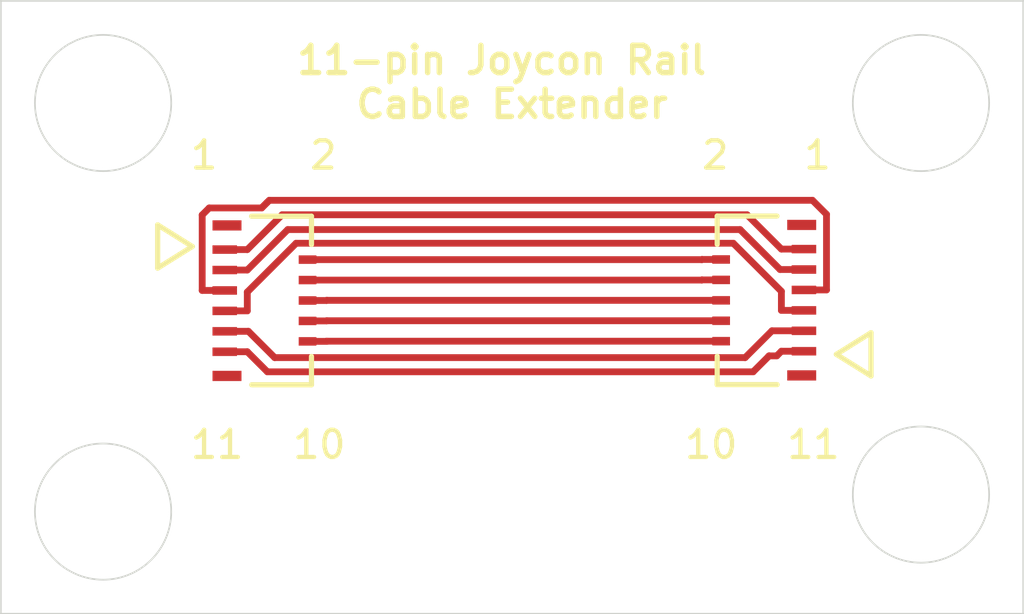
<source format=kicad_pcb>
(kicad_pcb (version 20241229) (generator "pcbnew") (generator_version "9.0")
  (layers (0 "F.Cu" signal) (2 "B.Cu" signal) (13 "F.Paste" user) (15 "B.Paste" user) (5 "F.SilkS" user "F.Silkscreen") (7 "B.SilkS" user "B.Silkscreen") (1 "F.Mask" user) (3 "B.Mask" user) (25 "Edge.Cuts" user))
  (net 0 "")
  (net 5 "Net-(J3-Pad1)")
  (net 6 "Net-(J3-Pad2)")
  (net 7 "Net-(J3-Pad11)")
  (net 8 "Net-(J3-Pad6)")
  (net 9 "Net-(J3-Pad5)")
  (net 10 "Net-(J3-Pad7)")
  (net 11 "Net-(J3-Pad3)")
  (net 12 "Net-(J3-Pad10)")
  (net 13 "Net-(J3-Pad9)")
  (net 14 "Net-(J3-Pad4)")
  (net 15 "Net-(J3-Pad8)")
  (footprint "CON_5035661102_MOL:CON_5035661102_MOL" (layer "F.Cu") (at 186.946 108.7951 90)
    (property "Reference" "J3" (hide yes))
    (property "Value" "Molex_5035661102" (hide yes))
    (fp_line (start 2.474995 -1.425) (end 2.474995 0.328388) (stroke (width 0.1524)) (layer "F.SilkS"))
    (fp_line (start 1.645052 -1.425) (end 2.474995 -1.425) (stroke (width 0.1524)) (layer "F.SilkS"))
    (fp_line (start -2.474995 -1.425) (end -1.645029 -1.425) (stroke (width 0.1524)) (layer "F.SilkS"))
    (fp_line (start -2.474995 0.332301) (end -2.474995 -1.425) (stroke (width 0.1524)) (layer "F.SilkS"))
    (fp_line (start -0.950995 3.088) (end -1.585995 2.072) (stroke (width 0.1524)) (layer "F.SilkS"))
    (fp_line (start -0.950995 3.088) (end -2.220995 3.088) (stroke (width 0.1524)) (layer "F.SilkS"))
    (fp_line (start -2.220995 3.088) (end -1.585995 2.072) (stroke (width 0.1524)) (layer "F.SilkS"))
    (pad "1" smd rect (at -1.494995 1.12 90) (size 0.25 0.72) (layers "F.Cu" "F.Mask" "F.Paste") (net 5 "Net-(J3-Pad1)"))
    (pad "2" smd rect (at -1.199989 -1.31 90) (size 0.25 0.52) (layers "F.Cu" "F.Mask" "F.Paste") (net 6 "Net-(J3-Pad2)"))
    (pad "3" smd rect (at -0.894995 1.12 90) (size 0.25 0.72) (layers "F.Cu" "F.Mask" "F.Paste") (net 11 "Net-(J3-Pad3)"))
    (pad "4" smd rect (at -0.599989 -1.31 90) (size 0.25 0.52) (layers "F.Cu" "F.Mask" "F.Paste") (net 14 "Net-(J3-Pad4)"))
    (pad "5" smd rect (at -0.294995 1.12 90) (size 0.25 0.72) (layers "F.Cu" "F.Mask" "F.Paste") (net 9 "Net-(J3-Pad5)"))
    (pad "6" smd rect (at 0 -1.31 90) (size 0.25 0.52) (layers "F.Cu" "F.Mask" "F.Paste") (net 8 "Net-(J3-Pad6)"))
    (pad "7" smd rect (at 0.305005 1.12 90) (size 0.25 0.72) (layers "F.Cu" "F.Mask" "F.Paste") (net 10 "Net-(J3-Pad7)"))
    (pad "8" smd rect (at 0.600011 -1.31 90) (size 0.25 0.52) (layers "F.Cu" "F.Mask" "F.Paste") (net 15 "Net-(J3-Pad8)"))
    (pad "9" smd rect (at 0.905005 1.12 90) (size 0.25 0.72) (layers "F.Cu" "F.Mask" "F.Paste") (net 13 "Net-(J3-Pad9)"))
    (pad "10" smd rect (at 1.200012 -1.31 90) (size 0.25 0.52) (layers "F.Cu" "F.Mask" "F.Paste") (net 12 "Net-(J3-Pad10)"))
    (pad "11" smd rect (at 1.505005 1.12 90) (size 0.25 0.72) (layers "F.Cu" "F.Mask" "F.Paste") (net 7 "Net-(J3-Pad11)"))
    (pad "P1" smd rect (at -2.204916 1.05396 90) (size 0.3 0.85) (layers "F.Cu" "F.Mask" "F.Paste"))
    (pad "P2" smd rect (at 2.215076 1.05396 90) (size 0.3 0.85) (layers "F.Cu" "F.Mask" "F.Paste"))
  )
  (footprint "CON_5035661102_MOL:CON_5035661102_MOL" (layer "F.Cu") (at 172.19 108.8 -90)
    (property "Reference" "J4" (hide yes))
    (property "Value" "Molex_5035661102" (hide yes))
    (fp_line (start -2.220995 3.088) (end -1.585995 2.072) (stroke (width 0.1524)) (layer "F.SilkS"))
    (fp_line (start -0.950995 3.088) (end -2.220995 3.088) (stroke (width 0.1524)) (layer "F.SilkS"))
    (fp_line (start -0.950995 3.088) (end -1.585995 2.072) (stroke (width 0.1524)) (layer "F.SilkS"))
    (fp_line (start -2.474995 0.332301) (end -2.474995 -1.425) (stroke (width 0.1524)) (layer "F.SilkS"))
    (fp_line (start -2.474995 -1.425) (end -1.645029 -1.425) (stroke (width 0.1524)) (layer "F.SilkS"))
    (fp_line (start 1.645052 -1.425) (end 2.474995 -1.425) (stroke (width 0.1524)) (layer "F.SilkS"))
    (fp_line (start 2.474995 -1.425) (end 2.474995 0.328388) (stroke (width 0.1524)) (layer "F.SilkS"))
    (pad "1" smd rect (at -1.494995 1.12 270) (size 0.25 0.72) (layers "F.Cu" "F.Mask" "F.Paste") (net 7 "Net-(J3-Pad11)"))
    (pad "2" smd rect (at -1.199989 -1.31 270) (size 0.25 0.52) (layers "F.Cu" "F.Mask" "F.Paste") (net 12 "Net-(J3-Pad10)"))
    (pad "3" smd rect (at -0.894995 1.12 270) (size 0.25 0.72) (layers "F.Cu" "F.Mask" "F.Paste") (net 13 "Net-(J3-Pad9)"))
    (pad "4" smd rect (at -0.599989 -1.31 270) (size 0.25 0.52) (layers "F.Cu" "F.Mask" "F.Paste") (net 15 "Net-(J3-Pad8)"))
    (pad "5" smd rect (at -0.294995 1.12 270) (size 0.25 0.72) (layers "F.Cu" "F.Mask" "F.Paste") (net 10 "Net-(J3-Pad7)"))
    (pad "6" smd rect (at 0 -1.31 270) (size 0.25 0.52) (layers "F.Cu" "F.Mask" "F.Paste") (net 8 "Net-(J3-Pad6)"))
    (pad "7" smd rect (at 0.305005 1.12 270) (size 0.25 0.72) (layers "F.Cu" "F.Mask" "F.Paste") (net 9 "Net-(J3-Pad5)"))
    (pad "8" smd rect (at 0.600011 -1.31 270) (size 0.25 0.52) (layers "F.Cu" "F.Mask" "F.Paste") (net 14 "Net-(J3-Pad4)"))
    (pad "9" smd rect (at 0.905005 1.12 270) (size 0.25 0.72) (layers "F.Cu" "F.Mask" "F.Paste") (net 11 "Net-(J3-Pad3)"))
    (pad "10" smd rect (at 1.200012 -1.31 270) (size 0.25 0.52) (layers "F.Cu" "F.Mask" "F.Paste") (net 6 "Net-(J3-Pad2)"))
    (pad "11" smd rect (at 1.505005 1.12 270) (size 0.25 0.72) (layers "F.Cu" "F.Mask" "F.Paste") (net 5 "Net-(J3-Pad1)"))
    (pad "P1" smd rect (at -2.204916 1.05396 270) (size 0.3 0.85) (layers "F.Cu" "F.Mask" "F.Paste"))
    (pad "P2" smd rect (at 2.215076 1.05396 270) (size 0.3 0.85) (layers "F.Cu" "F.Mask" "F.Paste"))
  )
  (gr_circle (center 191.5 114.5) (end 193.5 114.5) (stroke (width 0.05)) (fill no) (layer "Edge.Cuts"))
  (gr_circle (center 191.5 103) (end 193.5 103) (stroke (width 0.05)) (fill no) (layer "Edge.Cuts"))
  (gr_circle (center 167.5 115) (end 169.5 115) (stroke (width 0.05)) (fill no) (layer "Edge.Cuts"))
  (gr_rect (start 164.5 100) (end 194.5 118) (stroke (width 0.05)) (fill no) (layer "Edge.Cuts"))
  (gr_circle (center 167.5 103) (end 169.5 103) (stroke (width 0.05)) (fill no) (layer "Edge.Cuts"))
  (gr_text "10" (at 173 113.5 0) (layer "F.SilkS") (effects (font (size 0.8 0.8) (thickness 0.125)) (justify left bottom)))
  (gr_text "11-pin Joycon Rail \nCable Extender" (at 179.5 103.5 0) (layer "F.SilkS") (effects (font (size 0.8 0.8) (thickness 0.16) (bold yes)) (justify bottom)))
  (gr_text "11" (at 170 113.5 0) (layer "F.SilkS") (effects (font (size 0.8 0.8) (thickness 0.125)) (justify left bottom)))
  (gr_text "2" (at 173.5 105 0) (layer "F.SilkS") (effects (font (size 0.8 0.8) (thickness 0.125)) (justify left bottom)))
  (gr_text "10" (at 184.5 113.5 0) (layer "F.SilkS") (effects (font (size 0.8 0.8) (thickness 0.125)) (justify left bottom)))
  (gr_text "11" (at 187.5 113.5 0) (layer "F.SilkS") (effects (font (size 0.8 0.8) (thickness 0.125)) (justify left bottom)))
  (gr_text "2" (at 185 105 0) (layer "F.SilkS") (effects (font (size 0.8 0.8) (thickness 0.125)) (justify left bottom)))
  (gr_text "1" (at 188 105 0) (layer "F.SilkS") (effects (font (size 0.8 0.8) (thickness 0.125)) (justify left bottom)))
  (gr_text "1" (at 170 105 0) (layer "F.SilkS") (effects (font (size 0.8 0.8) (thickness 0.125)) (justify left bottom)))
  (segment (start 186.5746 110.8947) (end 187.0277 110.4416) (width 0.2) (layer "F.Cu") (net 5))
  (segment (start 171.7317 110.305) (end 172.3214 110.8947) (width 0.2) (layer "F.Cu") (net 5))
  (segment (start 187.0277 110.4416) (end 187.0426 110.4267) (width 0.2) (layer "F.Cu") (net 5))
  (segment (start 187.0277 110.4416) (end 187.0426 110.4267) (width 0.2) (layer "F.Cu") (net 5))
  (segment (start 172.3214 110.8947) (end 186.5746 110.8947) (width 0.2) (layer "F.Cu") (net 5))
  (segment (start 171.07 110.305) (end 171.7317 110.305) (width 0.2) (layer "F.Cu") (net 5))
  (segment (start 187.2677 110.4267) (end 187.4043 110.2901) (width 0.2) (layer "F.Cu") (net 5))
  (segment (start 187.0426 110.4267) (end 187.2677 110.4267) (width 0.2) (layer "F.Cu") (net 5))
  (segment (start 188.066 110.2901) (end 187.4043 110.2901) (width 0.2) (layer "F.Cu") (net 5))
  (segment (start 174.0666 109.9951) (end 174.0617 110) (width 0.2) (layer "F.Cu") (net 6))
  (segment (start 185.636 109.9951) (end 174.0666 109.9951) (width 0.2) (layer "F.Cu") (net 6))
  (segment (start 173.5 110) (end 174.0617 110) (width 0.2) (layer "F.Cu") (net 6))
  (segment (start 188.066 107.2901) (end 187.4043 107.2901) (width 0.2) (layer "F.Cu") (net 7))
  (segment (start 187.4043 107.2901) (end 186.3969 106.2827) (width 0.2) (layer "F.Cu") (net 7))
  (segment (start 186.3969 106.2827) (end 172.754 106.2827) (width 0.2) (layer "F.Cu") (net 7))
  (segment (start 172.754 106.2827) (end 171.7317 107.305) (width 0.2) (layer "F.Cu") (net 7))
  (segment (start 171.07 107.305) (end 171.7317 107.305) (width 0.2) (layer "F.Cu") (net 7))
  (segment (start 173.5 108.8) (end 174.0617 108.8) (width 0.2) (layer "F.Cu") (net 8))
  (segment (start 185.636 108.7951) (end 174.0666 108.7951) (width 0.2) (layer "F.Cu") (net 8))
  (segment (start 174.0666 108.7951) (end 174.0617 108.8) (width 0.2) (layer "F.Cu") (net 8))
  (segment (start 173.165 107.1183) (end 185.9918 107.1183) (width 0.2) (layer "F.Cu") (net 9))
  (segment (start 185.9918 107.1183) (end 187.4043 108.5308) (width 0.2) (layer "F.Cu") (net 9))
  (segment (start 171.07 109.105) (end 171.7317 109.105) (width 0.2) (layer "F.Cu") (net 9))
  (segment (start 188.066 109.0901) (end 187.4043 109.0901) (width 0.2) (layer "F.Cu") (net 9))
  (segment (start 187.4043 108.5308) (end 187.4043 109.0901) (width 0.2) (layer "F.Cu") (net 9))
  (segment (start 171.7317 108.5516) (end 173.165 107.1183) (width 0.2) (layer "F.Cu") (net 9))
  (segment (start 171.7317 109.105) (end 171.7317 108.5516) (width 0.2) (layer "F.Cu") (net 9))
  (segment (start 172.3771 105.8574) (end 172.3182 105.9163) (width 0.2) (layer "F.Cu") (net 10))
  (segment (start 188.066 108.4901) (end 188.7277 108.4901) (width 0.2) (layer "F.Cu") (net 10))
  (segment (start 188.7277 108.4901) (end 188.7277 106.2693) (width 0.2) (layer "F.Cu") (net 10))
  (segment (start 170.6132 106.0826) (end 170.4083 106.2875) (width 0.2) (layer "F.Cu") (net 10))
  (segment (start 172.1519 106.0826) (end 170.6132 106.0826) (width 0.2) (layer "F.Cu") (net 10))
  (segment (start 170.4083 106.2875) (end 170.4083 108.505) (width 0.2) (layer "F.Cu") (net 10))
  (segment (start 172.3182 105.9163) (end 172.1519 106.0826) (width 0.2) (layer "F.Cu") (net 10))
  (segment (start 188.3158 105.8574) (end 172.3771 105.8574) (width 0.2) (layer "F.Cu") (net 10))
  (segment (start 172.3182 105.9163) (end 172.1519 106.0826) (width 0.2) (layer "F.Cu") (net 10))
  (segment (start 188.7277 106.2693) (end 188.3158 105.8574) (width 0.2) (layer "F.Cu") (net 10))
  (segment (start 171.07 108.505) (end 170.4083 108.505) (width 0.2) (layer "F.Cu") (net 10))
  (segment (start 171.7637 109.705) (end 172.536 110.4773) (width 0.2) (layer "F.Cu") (net 11))
  (segment (start 186.3399 110.4773) (end 187.1271 109.6901) (width 0.2) (layer "F.Cu") (net 11))
  (segment (start 187.1271 109.6901) (end 188.066 109.6901) (width 0.2) (layer "F.Cu") (net 11))
  (segment (start 172.536 110.4773) (end 186.3399 110.4773) (width 0.2) (layer "F.Cu") (net 11))
  (segment (start 171.07 109.705) (end 171.7637 109.705) (width 0.2) (layer "F.Cu") (net 11))
  (segment (start 173.5 107.6) (end 185.0694 107.6) (width 0.2) (layer "F.Cu") (net 12))
  (segment (start 185.0694 107.6) (end 185.0743 107.5951) (width 0.2) (layer "F.Cu") (net 12))
  (segment (start 185.636 107.5951) (end 185.0743 107.5951) (width 0.2) (layer "F.Cu") (net 12))
  (segment (start 171.7317 107.905) (end 172.9201 106.7166) (width 0.2) (layer "F.Cu") (net 13))
  (segment (start 171.07 107.905) (end 171.7317 107.905) (width 0.2) (layer "F.Cu") (net 13))
  (segment (start 187.3648 107.8901) (end 188.066 107.8901) (width 0.2) (layer "F.Cu") (net 13))
  (segment (start 186.1913 106.7166) (end 187.3648 107.8901) (width 0.2) (layer "F.Cu") (net 13))
  (segment (start 172.9201 106.7166) (end 186.1913 106.7166) (width 0.2) (layer "F.Cu") (net 13))
  (segment (start 185.636 109.3951) (end 174.0666 109.3951) (width 0.2) (layer "F.Cu") (net 14))
  (segment (start 173.5 109.4) (end 174.0617 109.4) (width 0.2) (layer "F.Cu") (net 14))
  (segment (start 174.0666 109.3951) (end 174.0617 109.4) (width 0.2) (layer "F.Cu") (net 14))
  (segment (start 185.0694 108.2) (end 185.0743 108.1951) (width 0.2) (layer "F.Cu") (net 15))
  (segment (start 185.636 108.1951) (end 185.0743 108.1951) (width 0.2) (layer "F.Cu") (net 15))
  (segment (start 173.5 108.2) (end 185.0694 108.2) (width 0.2) (layer "F.Cu") (net 15))
)
</source>
